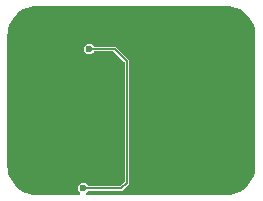
<source format=gbl>
%TF.GenerationSoftware,KiCad,Pcbnew,8.0.7*%
%TF.CreationDate,2026-01-14T12:01:29-08:00*%
%TF.ProjectId,3V3-500mA,3356332d-3530-4306-9d41-2e6b69636164,rev?*%
%TF.SameCoordinates,Original*%
%TF.FileFunction,Copper,L2,Bot*%
%TF.FilePolarity,Positive*%
%FSLAX46Y46*%
G04 Gerber Fmt 4.6, Leading zero omitted, Abs format (unit mm)*
G04 Created by KiCad (PCBNEW 8.0.7) date 2026-01-14 12:01:29*
%MOMM*%
%LPD*%
G01*
G04 APERTURE LIST*
%TA.AperFunction,ComponentPad*%
%ADD10C,3.800000*%
%TD*%
%TA.AperFunction,ViaPad*%
%ADD11C,0.600000*%
%TD*%
%TA.AperFunction,Conductor*%
%ADD12C,0.200000*%
%TD*%
G04 APERTURE END LIST*
D10*
%TO.P,H4,1,1*%
%TO.N,GND*%
X216000000Y-84000000D03*
%TD*%
%TO.P,H3,1,1*%
%TO.N,GND*%
X200000000Y-84000000D03*
%TD*%
%TO.P,H2,1,1*%
%TO.N,GND*%
X200000000Y-95000000D03*
%TD*%
%TO.P,H1,1,1*%
%TO.N,GND*%
X216000000Y-95000000D03*
%TD*%
D11*
%TO.N,GND*%
X205700000Y-92645000D03*
X210700000Y-95450000D03*
X210700000Y-96366668D03*
X210700000Y-94533334D03*
X216510000Y-89570000D03*
X217426668Y-89570000D03*
X215593334Y-89570000D03*
X211290000Y-83480000D03*
X211290000Y-84396668D03*
X211290000Y-82563334D03*
%TO.N,5V*%
X204420000Y-85140000D03*
%TO.N,GND*%
X203900000Y-95450000D03*
X212550000Y-90800000D03*
X210500000Y-90800000D03*
X208450000Y-90800000D03*
%TO.N,5V*%
X203900000Y-96925000D03*
%TO.N,GND*%
X202625000Y-90125000D03*
X202625000Y-89208332D03*
X202625000Y-87375000D03*
X203900000Y-89850000D03*
X202625000Y-88291666D03*
X205800000Y-88850000D03*
X211500000Y-85300000D03*
X213050000Y-85300000D03*
%TD*%
D12*
%TO.N,5V*%
X204420000Y-85140000D02*
X206610000Y-85140000D01*
X206610000Y-85140000D02*
X207620000Y-86150000D01*
X207620000Y-86150000D02*
X207620000Y-96440000D01*
X207620000Y-96440000D02*
X207135000Y-96925000D01*
X207135000Y-96925000D02*
X203900000Y-96925000D01*
%TD*%
%TA.AperFunction,Conductor*%
%TO.N,GND*%
G36*
X216003736Y-81500726D02*
G01*
X216293796Y-81518271D01*
X216308659Y-81520076D01*
X216590798Y-81571780D01*
X216605335Y-81575363D01*
X216879172Y-81660695D01*
X216893163Y-81666000D01*
X217154743Y-81783727D01*
X217167989Y-81790680D01*
X217413465Y-81939075D01*
X217425776Y-81947573D01*
X217651573Y-82124473D01*
X217662781Y-82134403D01*
X217865596Y-82337218D01*
X217875526Y-82348426D01*
X217995481Y-82501538D01*
X218052422Y-82574217D01*
X218060928Y-82586540D01*
X218209316Y-82832004D01*
X218216275Y-82845263D01*
X218333997Y-83106831D01*
X218339306Y-83120832D01*
X218424635Y-83394663D01*
X218428219Y-83409201D01*
X218479923Y-83691340D01*
X218481728Y-83706205D01*
X218499274Y-83996263D01*
X218499500Y-84003750D01*
X218499500Y-94996249D01*
X218499274Y-95003736D01*
X218481728Y-95293794D01*
X218479923Y-95308659D01*
X218428219Y-95590798D01*
X218424635Y-95605336D01*
X218339306Y-95879167D01*
X218333997Y-95893168D01*
X218216275Y-96154736D01*
X218209316Y-96167995D01*
X218060928Y-96413459D01*
X218052422Y-96425782D01*
X217875526Y-96651573D01*
X217865596Y-96662781D01*
X217662781Y-96865596D01*
X217651573Y-96875526D01*
X217425782Y-97052422D01*
X217413459Y-97060928D01*
X217167995Y-97209316D01*
X217154736Y-97216275D01*
X216893168Y-97333997D01*
X216879167Y-97339306D01*
X216605336Y-97424635D01*
X216590798Y-97428219D01*
X216308659Y-97479923D01*
X216293794Y-97481728D01*
X216003736Y-97499274D01*
X215996249Y-97499500D01*
X204261638Y-97499500D01*
X204194599Y-97479815D01*
X204148844Y-97427011D01*
X204138900Y-97357853D01*
X204167925Y-97294297D01*
X204194599Y-97271184D01*
X204198049Y-97268967D01*
X204282882Y-97171063D01*
X204282881Y-97171063D01*
X204285278Y-97168298D01*
X204344056Y-97130523D01*
X204378992Y-97125500D01*
X207174880Y-97125500D01*
X207174882Y-97125500D01*
X207248574Y-97094976D01*
X207789976Y-96553574D01*
X207820500Y-96479882D01*
X207820500Y-96400117D01*
X207820500Y-86110118D01*
X207789976Y-86036426D01*
X207733574Y-85980024D01*
X206723574Y-84970024D01*
X206649883Y-84939500D01*
X206649882Y-84939500D01*
X204898992Y-84939500D01*
X204831953Y-84919815D01*
X204805278Y-84896702D01*
X204718049Y-84796033D01*
X204609069Y-84725996D01*
X204609065Y-84725994D01*
X204609064Y-84725994D01*
X204484774Y-84689500D01*
X204484772Y-84689500D01*
X204355228Y-84689500D01*
X204355226Y-84689500D01*
X204230935Y-84725994D01*
X204230932Y-84725995D01*
X204230931Y-84725996D01*
X204179677Y-84758934D01*
X204121950Y-84796033D01*
X204037118Y-84893937D01*
X204037117Y-84893938D01*
X203983302Y-85011774D01*
X203964867Y-85140000D01*
X203983302Y-85268225D01*
X204016310Y-85340500D01*
X204037118Y-85386063D01*
X204121951Y-85483967D01*
X204230931Y-85554004D01*
X204355225Y-85590499D01*
X204355227Y-85590500D01*
X204355228Y-85590500D01*
X204484773Y-85590500D01*
X204484773Y-85590499D01*
X204609069Y-85554004D01*
X204718049Y-85483967D01*
X204802882Y-85386063D01*
X204802881Y-85386063D01*
X204805278Y-85383298D01*
X204864056Y-85345523D01*
X204898992Y-85340500D01*
X206475588Y-85340500D01*
X206542627Y-85360185D01*
X206563269Y-85376819D01*
X207383181Y-86196731D01*
X207416666Y-86258054D01*
X207419500Y-86284412D01*
X207419500Y-96305588D01*
X207399815Y-96372627D01*
X207383181Y-96393269D01*
X207088269Y-96688181D01*
X207026946Y-96721666D01*
X207000588Y-96724500D01*
X204378992Y-96724500D01*
X204311953Y-96704815D01*
X204285278Y-96681702D01*
X204198049Y-96581033D01*
X204089069Y-96510996D01*
X204089065Y-96510994D01*
X204089064Y-96510994D01*
X203964774Y-96474500D01*
X203964772Y-96474500D01*
X203835228Y-96474500D01*
X203835226Y-96474500D01*
X203710935Y-96510994D01*
X203710932Y-96510995D01*
X203710931Y-96510996D01*
X203659677Y-96543934D01*
X203601950Y-96581033D01*
X203517118Y-96678937D01*
X203517117Y-96678938D01*
X203463302Y-96796774D01*
X203444867Y-96925000D01*
X203463302Y-97053225D01*
X203496309Y-97125499D01*
X203517118Y-97171063D01*
X203601951Y-97268967D01*
X203605401Y-97271184D01*
X203608089Y-97274286D01*
X203608652Y-97274774D01*
X203608581Y-97274854D01*
X203651156Y-97323988D01*
X203661100Y-97393146D01*
X203632075Y-97456702D01*
X203573297Y-97494477D01*
X203538362Y-97499500D01*
X200003751Y-97499500D01*
X199996264Y-97499274D01*
X199706205Y-97481728D01*
X199691340Y-97479923D01*
X199409201Y-97428219D01*
X199394663Y-97424635D01*
X199120832Y-97339306D01*
X199106831Y-97333997D01*
X198845263Y-97216275D01*
X198832004Y-97209316D01*
X198768724Y-97171062D01*
X198586537Y-97060926D01*
X198574217Y-97052422D01*
X198348426Y-96875526D01*
X198337218Y-96865596D01*
X198134403Y-96662781D01*
X198124473Y-96651573D01*
X197947573Y-96425776D01*
X197939075Y-96413465D01*
X197790680Y-96167989D01*
X197783727Y-96154743D01*
X197666000Y-95893163D01*
X197660693Y-95879167D01*
X197575364Y-95605336D01*
X197571780Y-95590798D01*
X197520076Y-95308659D01*
X197518271Y-95293794D01*
X197500726Y-95003736D01*
X197500500Y-94996249D01*
X197500500Y-84003750D01*
X197500726Y-83996263D01*
X197518271Y-83706205D01*
X197520076Y-83691340D01*
X197571780Y-83409201D01*
X197575364Y-83394663D01*
X197652096Y-83148422D01*
X197660696Y-83120822D01*
X197665998Y-83106841D01*
X197783731Y-82845249D01*
X197790676Y-82832016D01*
X197939080Y-82586526D01*
X197947567Y-82574230D01*
X198124480Y-82348417D01*
X198134395Y-82337226D01*
X198337226Y-82134395D01*
X198348417Y-82124480D01*
X198574230Y-81947567D01*
X198586526Y-81939080D01*
X198832016Y-81790676D01*
X198845249Y-81783731D01*
X199106841Y-81665998D01*
X199120822Y-81660696D01*
X199394668Y-81575362D01*
X199409197Y-81571780D01*
X199691344Y-81520075D01*
X199706201Y-81518271D01*
X199996264Y-81500726D01*
X200003751Y-81500500D01*
X200065892Y-81500500D01*
X215934108Y-81500500D01*
X215996249Y-81500500D01*
X216003736Y-81500726D01*
G37*
%TD.AperFunction*%
%TD*%
M02*

</source>
